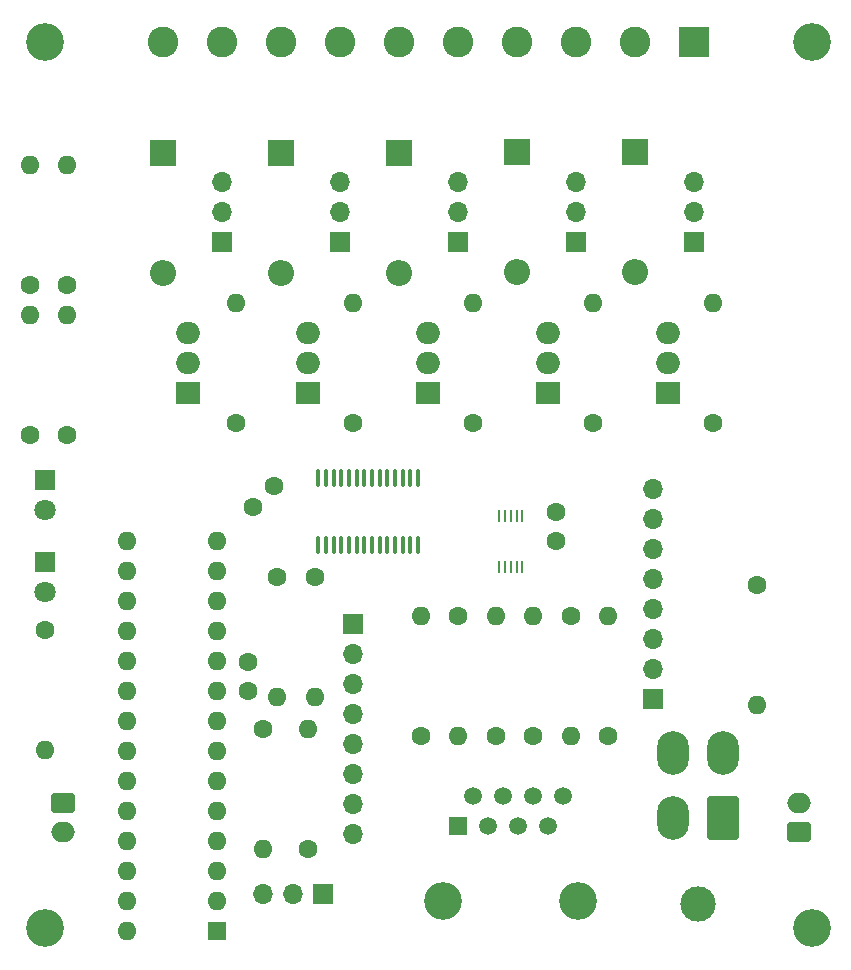
<source format=gbr>
%TF.GenerationSoftware,KiCad,Pcbnew,8.0.4*%
%TF.CreationDate,2024-12-05T04:28:12-06:00*%
%TF.ProjectId,left_hand,6c656674-5f68-4616-9e64-2e6b69636164,rev?*%
%TF.SameCoordinates,Original*%
%TF.FileFunction,Soldermask,Top*%
%TF.FilePolarity,Negative*%
%FSLAX46Y46*%
G04 Gerber Fmt 4.6, Leading zero omitted, Abs format (unit mm)*
G04 Created by KiCad (PCBNEW 8.0.4) date 2024-12-05 04:28:12*
%MOMM*%
%LPD*%
G01*
G04 APERTURE LIST*
G04 Aperture macros list*
%AMRoundRect*
0 Rectangle with rounded corners*
0 $1 Rounding radius*
0 $2 $3 $4 $5 $6 $7 $8 $9 X,Y pos of 4 corners*
0 Add a 4 corners polygon primitive as box body*
4,1,4,$2,$3,$4,$5,$6,$7,$8,$9,$2,$3,0*
0 Add four circle primitives for the rounded corners*
1,1,$1+$1,$2,$3*
1,1,$1+$1,$4,$5*
1,1,$1+$1,$6,$7*
1,1,$1+$1,$8,$9*
0 Add four rect primitives between the rounded corners*
20,1,$1+$1,$2,$3,$4,$5,0*
20,1,$1+$1,$4,$5,$6,$7,0*
20,1,$1+$1,$6,$7,$8,$9,0*
20,1,$1+$1,$8,$9,$2,$3,0*%
G04 Aperture macros list end*
%ADD10R,1.700000X1.700000*%
%ADD11O,1.700000X1.700000*%
%ADD12R,2.000000X1.905000*%
%ADD13O,2.000000X1.905000*%
%ADD14C,1.600000*%
%ADD15O,1.600000X1.600000*%
%ADD16RoundRect,0.250000X-0.750000X0.600000X-0.750000X-0.600000X0.750000X-0.600000X0.750000X0.600000X0*%
%ADD17O,2.000000X1.700000*%
%ADD18R,2.200000X2.200000*%
%ADD19O,2.200000X2.200000*%
%ADD20C,3.000000*%
%ADD21RoundRect,0.250001X1.099999X1.599999X-1.099999X1.599999X-1.099999X-1.599999X1.099999X-1.599999X0*%
%ADD22O,2.700000X3.700000*%
%ADD23C,3.200000*%
%ADD24R,1.800000X1.800000*%
%ADD25C,1.800000*%
%ADD26R,2.600000X2.600000*%
%ADD27C,2.600000*%
%ADD28R,1.600000X1.600000*%
%ADD29RoundRect,0.100000X0.100000X-0.637500X0.100000X0.637500X-0.100000X0.637500X-0.100000X-0.637500X0*%
%ADD30R,0.250000X1.100000*%
%ADD31R,1.500000X1.500000*%
%ADD32C,1.500000*%
%ADD33RoundRect,0.250000X0.750000X-0.600000X0.750000X0.600000X-0.750000X0.600000X-0.750000X-0.600000X0*%
G04 APERTURE END LIST*
D10*
%TO.C,M1*%
X135000000Y-78960000D03*
D11*
X135000000Y-76420000D03*
X135000000Y-73880000D03*
%TD*%
D12*
%TO.C,Q2*%
X142320000Y-91740000D03*
D13*
X142320000Y-89200000D03*
X142320000Y-86660000D03*
%TD*%
D10*
%TO.C,M3*%
X155000000Y-78960000D03*
D11*
X155000000Y-76420000D03*
X155000000Y-73880000D03*
%TD*%
D14*
%TO.C,R21*%
X151845000Y-120780000D03*
D15*
X151845000Y-110620000D03*
%TD*%
D16*
%TO.C,J4*%
X121560000Y-126385000D03*
D17*
X121560000Y-128885000D03*
%TD*%
D18*
%TO.C,D2*%
X140000000Y-71420000D03*
D19*
X140000000Y-81580000D03*
%TD*%
D14*
%TO.C,R5*%
X118745000Y-82550000D03*
D15*
X118745000Y-72390000D03*
%TD*%
D20*
%TO.C,J6*%
X175340000Y-134965000D03*
D21*
X177440000Y-127665000D03*
D22*
X173240000Y-127665000D03*
X177440000Y-122165000D03*
X173240000Y-122165000D03*
%TD*%
D14*
%TO.C,R16*%
X167720000Y-120780000D03*
D15*
X167720000Y-110620000D03*
%TD*%
D10*
%TO.C,M4*%
X165000000Y-78960000D03*
D11*
X165000000Y-76420000D03*
X165000000Y-73880000D03*
%TD*%
D14*
%TO.C,C1*%
X139393884Y-99576117D03*
X137626117Y-101343884D03*
%TD*%
%TO.C,R13*%
X121920000Y-95245000D03*
D15*
X121920000Y-85085000D03*
%TD*%
D14*
%TO.C,C2*%
X137240000Y-116950000D03*
X137240000Y-114450000D03*
%TD*%
%TO.C,R12*%
X118745000Y-95245000D03*
D15*
X118745000Y-85085000D03*
%TD*%
D10*
%TO.C,J1*%
X146130000Y-111255000D03*
D11*
X146130000Y-113795000D03*
X146130000Y-116335000D03*
X146130000Y-118875000D03*
X146130000Y-121415000D03*
X146130000Y-123955000D03*
X146130000Y-126495000D03*
X146130000Y-129035000D03*
%TD*%
D14*
%TO.C,R7*%
X156290000Y-94280000D03*
D15*
X156290000Y-84120000D03*
%TD*%
D18*
%TO.C,D4*%
X160000000Y-71260000D03*
D19*
X160000000Y-81420000D03*
%TD*%
D14*
%TO.C,C3*%
X163275000Y-104250000D03*
X163275000Y-101750000D03*
%TD*%
D23*
%TO.C,H4*%
X185000000Y-62000000D03*
%TD*%
D24*
%TO.C,D6*%
X120015000Y-99055000D03*
D25*
X120015000Y-101595000D03*
%TD*%
D24*
%TO.C,D7*%
X120015000Y-106040000D03*
D25*
X120015000Y-108580000D03*
%TD*%
D26*
%TO.C,J2*%
X175000000Y-62000000D03*
D27*
X170000000Y-62000000D03*
X165000000Y-62000000D03*
X160000000Y-62000000D03*
X155000000Y-62000000D03*
X150000000Y-62000000D03*
X145000000Y-62000000D03*
X140000000Y-62000000D03*
X135000000Y-62000000D03*
X130000000Y-62000000D03*
%TD*%
D10*
%TO.C,J8*%
X143575000Y-134115000D03*
D11*
X141035000Y-134115000D03*
X138495000Y-134115000D03*
%TD*%
D10*
%TO.C,J7*%
X171530000Y-117605000D03*
D11*
X171530000Y-115065000D03*
X171530000Y-112525000D03*
X171530000Y-109985000D03*
X171530000Y-107445000D03*
X171530000Y-104905000D03*
X171530000Y-102365000D03*
X171530000Y-99825000D03*
%TD*%
D14*
%TO.C,R4*%
X142875000Y-107315000D03*
D15*
X142875000Y-117475000D03*
%TD*%
D18*
%TO.C,D3*%
X150000000Y-71420000D03*
D19*
X150000000Y-81580000D03*
%TD*%
D12*
%TO.C,Q1*%
X132160000Y-91740000D03*
D13*
X132160000Y-89200000D03*
X132160000Y-86660000D03*
%TD*%
D12*
%TO.C,Q5*%
X172800000Y-91740000D03*
D13*
X172800000Y-89200000D03*
X172800000Y-86660000D03*
%TD*%
D28*
%TO.C,U1*%
X134620000Y-137290000D03*
D15*
X134620000Y-134750000D03*
X134620000Y-132210000D03*
X134620000Y-129670000D03*
X134620000Y-127130000D03*
X134620000Y-124590000D03*
X134620000Y-122050000D03*
X134620000Y-119510000D03*
X134620000Y-116970000D03*
X134620000Y-114430000D03*
X134620000Y-111890000D03*
X134620000Y-109350000D03*
X134620000Y-106810000D03*
X134620000Y-104270000D03*
X127000000Y-104270000D03*
X127000000Y-106810000D03*
X127000000Y-109350000D03*
X127000000Y-111890000D03*
X127000000Y-114430000D03*
X127000000Y-116970000D03*
X127000000Y-119510000D03*
X127000000Y-122050000D03*
X127000000Y-124590000D03*
X127000000Y-127130000D03*
X127000000Y-129670000D03*
X127000000Y-132210000D03*
X127000000Y-134750000D03*
X127000000Y-137290000D03*
%TD*%
D23*
%TO.C,H3*%
X185000000Y-137000000D03*
%TD*%
D14*
%TO.C,R10*%
X176610000Y-94280000D03*
D15*
X176610000Y-84120000D03*
%TD*%
D23*
%TO.C,H2*%
X120000000Y-137000000D03*
%TD*%
D14*
%TO.C,R18*%
X138510000Y-120145000D03*
D15*
X138510000Y-130305000D03*
%TD*%
D18*
%TO.C,D1*%
X130000000Y-71420000D03*
D19*
X130000000Y-81580000D03*
%TD*%
D14*
%TO.C,R8*%
X166450000Y-94280000D03*
D15*
X166450000Y-84120000D03*
%TD*%
D12*
%TO.C,Q4*%
X162640000Y-91740000D03*
D13*
X162640000Y-89200000D03*
X162640000Y-86660000D03*
%TD*%
D14*
%TO.C,R1*%
X136224000Y-94280000D03*
D15*
X136224000Y-84120000D03*
%TD*%
D14*
%TO.C,R15*%
X164545000Y-110620000D03*
D15*
X164545000Y-120780000D03*
%TD*%
D10*
%TO.C,M5*%
X175000000Y-78960000D03*
D11*
X175000000Y-76420000D03*
X175000000Y-73880000D03*
%TD*%
D14*
%TO.C,R3*%
X139700000Y-107315000D03*
D15*
X139700000Y-117475000D03*
%TD*%
D23*
%TO.C,H1*%
X120000000Y-62000000D03*
%TD*%
D14*
%TO.C,R11*%
X120015000Y-111760000D03*
D15*
X120015000Y-121920000D03*
%TD*%
D14*
%TO.C,R19*%
X158195000Y-120780000D03*
D15*
X158195000Y-110620000D03*
%TD*%
D10*
%TO.C,M2*%
X145000000Y-78960000D03*
D11*
X145000000Y-76420000D03*
X145000000Y-73880000D03*
%TD*%
D14*
%TO.C,R20*%
X155020000Y-110620000D03*
D15*
X155020000Y-120780000D03*
%TD*%
D29*
%TO.C,U2*%
X143175000Y-104592500D03*
X143825000Y-104592500D03*
X144475000Y-104592500D03*
X145125000Y-104592500D03*
X145775000Y-104592500D03*
X146425000Y-104592500D03*
X147075000Y-104592500D03*
X147725000Y-104592500D03*
X148375000Y-104592500D03*
X149025000Y-104592500D03*
X149675000Y-104592500D03*
X150325000Y-104592500D03*
X150975000Y-104592500D03*
X151625000Y-104592500D03*
X151625000Y-98867500D03*
X150975000Y-98867500D03*
X150325000Y-98867500D03*
X149675000Y-98867500D03*
X149025000Y-98867500D03*
X148375000Y-98867500D03*
X147725000Y-98867500D03*
X147075000Y-98867500D03*
X146425000Y-98867500D03*
X145775000Y-98867500D03*
X145125000Y-98867500D03*
X144475000Y-98867500D03*
X143825000Y-98867500D03*
X143175000Y-98867500D03*
%TD*%
D14*
%TO.C,R9*%
X180340000Y-107950000D03*
D15*
X180340000Y-118110000D03*
%TD*%
D18*
%TO.C,D5*%
X170000000Y-71260000D03*
D19*
X170000000Y-81420000D03*
%TD*%
D14*
%TO.C,R14*%
X161370000Y-120780000D03*
D15*
X161370000Y-110620000D03*
%TD*%
D14*
%TO.C,R17*%
X142320000Y-130305000D03*
D15*
X142320000Y-120145000D03*
%TD*%
D30*
%TO.C,U3*%
X160465000Y-102120000D03*
X159965000Y-102120000D03*
X159465000Y-102120000D03*
X158965000Y-102120000D03*
X158465000Y-102120000D03*
X158465000Y-106420000D03*
X158965000Y-106420000D03*
X159465000Y-106420000D03*
X159965000Y-106420000D03*
X160465000Y-106420000D03*
%TD*%
D12*
%TO.C,Q3*%
X152480000Y-91740000D03*
D13*
X152480000Y-89200000D03*
X152480000Y-86660000D03*
%TD*%
D23*
%TO.C,J5*%
X153750000Y-134750000D03*
X165180000Y-134750000D03*
D31*
X155020000Y-128400000D03*
D32*
X156290000Y-125860000D03*
X157560000Y-128400000D03*
X158830000Y-125860000D03*
X160100000Y-128400000D03*
X161370000Y-125860000D03*
X162640000Y-128400000D03*
X163910000Y-125860000D03*
%TD*%
D33*
%TO.C,J3*%
X183875000Y-128885000D03*
D17*
X183875000Y-126385000D03*
%TD*%
D14*
%TO.C,R2*%
X146130000Y-94280000D03*
D15*
X146130000Y-84120000D03*
%TD*%
D14*
%TO.C,R6*%
X121920000Y-82550000D03*
D15*
X121920000Y-72390000D03*
%TD*%
M02*

</source>
